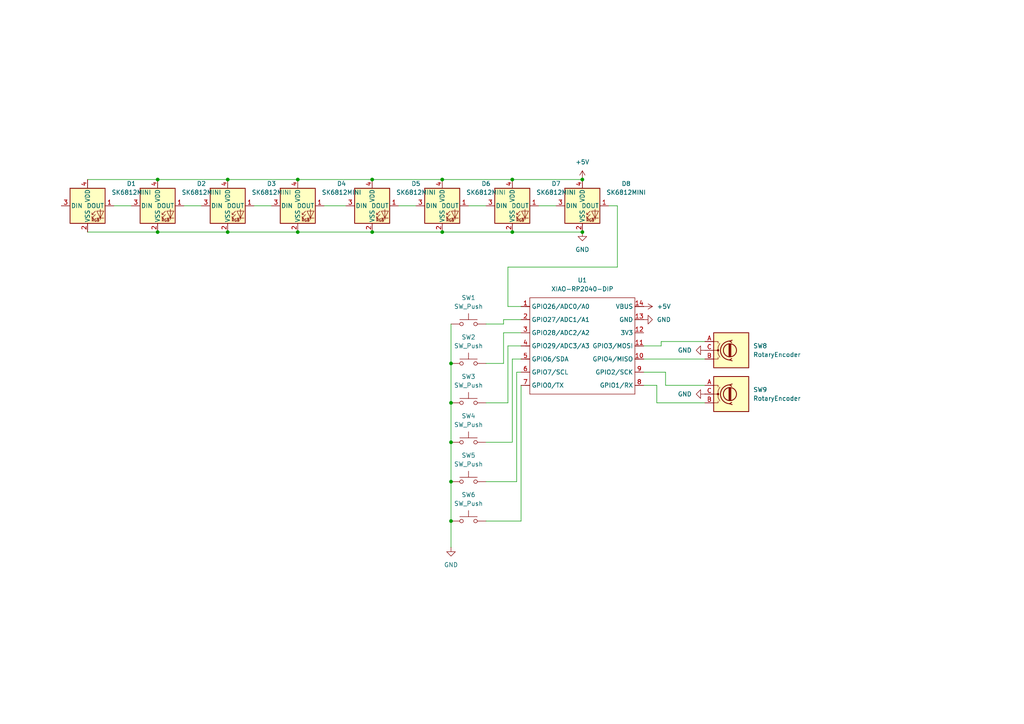
<source format=kicad_sch>
(kicad_sch
	(version 20250114)
	(generator "eeschema")
	(generator_version "9.0")
	(uuid "06459edb-6903-4734-af15-62b41c0d31c2")
	(paper "A4")
	(lib_symbols
		(symbol "Device:RotaryEncoder"
			(pin_names
				(offset 0.254)
				(hide yes)
			)
			(exclude_from_sim no)
			(in_bom yes)
			(on_board yes)
			(property "Reference" "SW"
				(at 0 6.604 0)
				(effects
					(font
						(size 1.27 1.27)
					)
				)
			)
			(property "Value" "RotaryEncoder"
				(at 0 -6.604 0)
				(effects
					(font
						(size 1.27 1.27)
					)
				)
			)
			(property "Footprint" ""
				(at -3.81 4.064 0)
				(effects
					(font
						(size 1.27 1.27)
					)
					(hide yes)
				)
			)
			(property "Datasheet" "~"
				(at 0 6.604 0)
				(effects
					(font
						(size 1.27 1.27)
					)
					(hide yes)
				)
			)
			(property "Description" "Rotary encoder, dual channel, incremental quadrate outputs"
				(at 0 0 0)
				(effects
					(font
						(size 1.27 1.27)
					)
					(hide yes)
				)
			)
			(property "ki_keywords" "rotary switch encoder"
				(at 0 0 0)
				(effects
					(font
						(size 1.27 1.27)
					)
					(hide yes)
				)
			)
			(property "ki_fp_filters" "RotaryEncoder*"
				(at 0 0 0)
				(effects
					(font
						(size 1.27 1.27)
					)
					(hide yes)
				)
			)
			(symbol "RotaryEncoder_0_1"
				(rectangle
					(start -5.08 5.08)
					(end 5.08 -5.08)
					(stroke
						(width 0.254)
						(type default)
					)
					(fill
						(type background)
					)
				)
				(polyline
					(pts
						(xy -5.08 2.54) (xy -3.81 2.54) (xy -3.81 2.032)
					)
					(stroke
						(width 0)
						(type default)
					)
					(fill
						(type none)
					)
				)
				(polyline
					(pts
						(xy -5.08 0) (xy -3.81 0) (xy -3.81 -1.016) (xy -3.302 -2.032)
					)
					(stroke
						(width 0)
						(type default)
					)
					(fill
						(type none)
					)
				)
				(polyline
					(pts
						(xy -5.08 -2.54) (xy -3.81 -2.54) (xy -3.81 -2.032)
					)
					(stroke
						(width 0)
						(type default)
					)
					(fill
						(type none)
					)
				)
				(polyline
					(pts
						(xy -4.318 0) (xy -3.81 0) (xy -3.81 1.016) (xy -3.302 2.032)
					)
					(stroke
						(width 0)
						(type default)
					)
					(fill
						(type none)
					)
				)
				(circle
					(center -3.81 0)
					(radius 0.254)
					(stroke
						(width 0)
						(type default)
					)
					(fill
						(type outline)
					)
				)
				(polyline
					(pts
						(xy -0.635 -1.778) (xy -0.635 1.778)
					)
					(stroke
						(width 0.254)
						(type default)
					)
					(fill
						(type none)
					)
				)
				(circle
					(center -0.381 0)
					(radius 1.905)
					(stroke
						(width 0.254)
						(type default)
					)
					(fill
						(type none)
					)
				)
				(polyline
					(pts
						(xy -0.381 -1.778) (xy -0.381 1.778)
					)
					(stroke
						(width 0.254)
						(type default)
					)
					(fill
						(type none)
					)
				)
				(arc
					(start -0.381 -2.794)
					(mid -3.0988 -0.0635)
					(end -0.381 2.667)
					(stroke
						(width 0.254)
						(type default)
					)
					(fill
						(type none)
					)
				)
				(polyline
					(pts
						(xy -0.127 1.778) (xy -0.127 -1.778)
					)
					(stroke
						(width 0.254)
						(type default)
					)
					(fill
						(type none)
					)
				)
				(polyline
					(pts
						(xy 0.254 2.921) (xy -0.508 2.667) (xy 0.127 2.286)
					)
					(stroke
						(width 0.254)
						(type default)
					)
					(fill
						(type none)
					)
				)
				(polyline
					(pts
						(xy 0.254 -3.048) (xy -0.508 -2.794) (xy 0.127 -2.413)
					)
					(stroke
						(width 0.254)
						(type default)
					)
					(fill
						(type none)
					)
				)
			)
			(symbol "RotaryEncoder_1_1"
				(pin passive line
					(at -7.62 2.54 0)
					(length 2.54)
					(name "A"
						(effects
							(font
								(size 1.27 1.27)
							)
						)
					)
					(number "A"
						(effects
							(font
								(size 1.27 1.27)
							)
						)
					)
				)
				(pin passive line
					(at -7.62 0 0)
					(length 2.54)
					(name "C"
						(effects
							(font
								(size 1.27 1.27)
							)
						)
					)
					(number "C"
						(effects
							(font
								(size 1.27 1.27)
							)
						)
					)
				)
				(pin passive line
					(at -7.62 -2.54 0)
					(length 2.54)
					(name "B"
						(effects
							(font
								(size 1.27 1.27)
							)
						)
					)
					(number "B"
						(effects
							(font
								(size 1.27 1.27)
							)
						)
					)
				)
			)
			(embedded_fonts no)
		)
		(symbol "LED:SK6812MINI"
			(pin_names
				(offset 0.254)
			)
			(exclude_from_sim no)
			(in_bom yes)
			(on_board yes)
			(property "Reference" "D"
				(at 5.08 5.715 0)
				(effects
					(font
						(size 1.27 1.27)
					)
					(justify right bottom)
				)
			)
			(property "Value" "SK6812MINI"
				(at 1.27 -5.715 0)
				(effects
					(font
						(size 1.27 1.27)
					)
					(justify left top)
				)
			)
			(property "Footprint" "LED_SMD:LED_SK6812MINI_PLCC4_3.5x3.5mm_P1.75mm"
				(at 1.27 -7.62 0)
				(effects
					(font
						(size 1.27 1.27)
					)
					(justify left top)
					(hide yes)
				)
			)
			(property "Datasheet" "https://cdn-shop.adafruit.com/product-files/2686/SK6812MINI_REV.01-1-2.pdf"
				(at 2.54 -9.525 0)
				(effects
					(font
						(size 1.27 1.27)
					)
					(justify left top)
					(hide yes)
				)
			)
			(property "Description" "RGB LED with integrated controller"
				(at 0 0 0)
				(effects
					(font
						(size 1.27 1.27)
					)
					(hide yes)
				)
			)
			(property "ki_keywords" "RGB LED NeoPixel Mini addressable"
				(at 0 0 0)
				(effects
					(font
						(size 1.27 1.27)
					)
					(hide yes)
				)
			)
			(property "ki_fp_filters" "LED*SK6812MINI*PLCC*3.5x3.5mm*P1.75mm*"
				(at 0 0 0)
				(effects
					(font
						(size 1.27 1.27)
					)
					(hide yes)
				)
			)
			(symbol "SK6812MINI_0_0"
				(text "RGB"
					(at 2.286 -4.191 0)
					(effects
						(font
							(size 0.762 0.762)
						)
					)
				)
			)
			(symbol "SK6812MINI_0_1"
				(polyline
					(pts
						(xy 1.27 -2.54) (xy 1.778 -2.54)
					)
					(stroke
						(width 0)
						(type default)
					)
					(fill
						(type none)
					)
				)
				(polyline
					(pts
						(xy 1.27 -3.556) (xy 1.778 -3.556)
					)
					(stroke
						(width 0)
						(type default)
					)
					(fill
						(type none)
					)
				)
				(polyline
					(pts
						(xy 2.286 -1.524) (xy 1.27 -2.54) (xy 1.27 -2.032)
					)
					(stroke
						(width 0)
						(type default)
					)
					(fill
						(type none)
					)
				)
				(polyline
					(pts
						(xy 2.286 -2.54) (xy 1.27 -3.556) (xy 1.27 -3.048)
					)
					(stroke
						(width 0)
						(type default)
					)
					(fill
						(type none)
					)
				)
				(polyline
					(pts
						(xy 3.683 -1.016) (xy 3.683 -3.556) (xy 3.683 -4.064)
					)
					(stroke
						(width 0)
						(type default)
					)
					(fill
						(type none)
					)
				)
				(polyline
					(pts
						(xy 4.699 -1.524) (xy 2.667 -1.524) (xy 3.683 -3.556) (xy 4.699 -1.524)
					)
					(stroke
						(width 0)
						(type default)
					)
					(fill
						(type none)
					)
				)
				(polyline
					(pts
						(xy 4.699 -3.556) (xy 2.667 -3.556)
					)
					(stroke
						(width 0)
						(type default)
					)
					(fill
						(type none)
					)
				)
				(rectangle
					(start 5.08 5.08)
					(end -5.08 -5.08)
					(stroke
						(width 0.254)
						(type default)
					)
					(fill
						(type background)
					)
				)
			)
			(symbol "SK6812MINI_1_1"
				(pin input line
					(at -7.62 0 0)
					(length 2.54)
					(name "DIN"
						(effects
							(font
								(size 1.27 1.27)
							)
						)
					)
					(number "3"
						(effects
							(font
								(size 1.27 1.27)
							)
						)
					)
				)
				(pin power_in line
					(at 0 7.62 270)
					(length 2.54)
					(name "VDD"
						(effects
							(font
								(size 1.27 1.27)
							)
						)
					)
					(number "4"
						(effects
							(font
								(size 1.27 1.27)
							)
						)
					)
				)
				(pin power_in line
					(at 0 -7.62 90)
					(length 2.54)
					(name "VSS"
						(effects
							(font
								(size 1.27 1.27)
							)
						)
					)
					(number "2"
						(effects
							(font
								(size 1.27 1.27)
							)
						)
					)
				)
				(pin output line
					(at 7.62 0 180)
					(length 2.54)
					(name "DOUT"
						(effects
							(font
								(size 1.27 1.27)
							)
						)
					)
					(number "1"
						(effects
							(font
								(size 1.27 1.27)
							)
						)
					)
				)
			)
			(embedded_fonts no)
		)
		(symbol "Switch:SW_Push"
			(pin_numbers
				(hide yes)
			)
			(pin_names
				(offset 1.016)
				(hide yes)
			)
			(exclude_from_sim no)
			(in_bom yes)
			(on_board yes)
			(property "Reference" "SW"
				(at 1.27 2.54 0)
				(effects
					(font
						(size 1.27 1.27)
					)
					(justify left)
				)
			)
			(property "Value" "SW_Push"
				(at 0 -1.524 0)
				(effects
					(font
						(size 1.27 1.27)
					)
				)
			)
			(property "Footprint" ""
				(at 0 5.08 0)
				(effects
					(font
						(size 1.27 1.27)
					)
					(hide yes)
				)
			)
			(property "Datasheet" "~"
				(at 0 5.08 0)
				(effects
					(font
						(size 1.27 1.27)
					)
					(hide yes)
				)
			)
			(property "Description" "Push button switch, generic, two pins"
				(at 0 0 0)
				(effects
					(font
						(size 1.27 1.27)
					)
					(hide yes)
				)
			)
			(property "ki_keywords" "switch normally-open pushbutton push-button"
				(at 0 0 0)
				(effects
					(font
						(size 1.27 1.27)
					)
					(hide yes)
				)
			)
			(symbol "SW_Push_0_1"
				(circle
					(center -2.032 0)
					(radius 0.508)
					(stroke
						(width 0)
						(type default)
					)
					(fill
						(type none)
					)
				)
				(polyline
					(pts
						(xy 0 1.27) (xy 0 3.048)
					)
					(stroke
						(width 0)
						(type default)
					)
					(fill
						(type none)
					)
				)
				(circle
					(center 2.032 0)
					(radius 0.508)
					(stroke
						(width 0)
						(type default)
					)
					(fill
						(type none)
					)
				)
				(polyline
					(pts
						(xy 2.54 1.27) (xy -2.54 1.27)
					)
					(stroke
						(width 0)
						(type default)
					)
					(fill
						(type none)
					)
				)
				(pin passive line
					(at -5.08 0 0)
					(length 2.54)
					(name "1"
						(effects
							(font
								(size 1.27 1.27)
							)
						)
					)
					(number "1"
						(effects
							(font
								(size 1.27 1.27)
							)
						)
					)
				)
				(pin passive line
					(at 5.08 0 180)
					(length 2.54)
					(name "2"
						(effects
							(font
								(size 1.27 1.27)
							)
						)
					)
					(number "2"
						(effects
							(font
								(size 1.27 1.27)
							)
						)
					)
				)
			)
			(embedded_fonts no)
		)
		(symbol "power:+5V"
			(power)
			(pin_numbers
				(hide yes)
			)
			(pin_names
				(offset 0)
				(hide yes)
			)
			(exclude_from_sim no)
			(in_bom yes)
			(on_board yes)
			(property "Reference" "#PWR"
				(at 0 -3.81 0)
				(effects
					(font
						(size 1.27 1.27)
					)
					(hide yes)
				)
			)
			(property "Value" "+5V"
				(at 0 3.556 0)
				(effects
					(font
						(size 1.27 1.27)
					)
				)
			)
			(property "Footprint" ""
				(at 0 0 0)
				(effects
					(font
						(size 1.27 1.27)
					)
					(hide yes)
				)
			)
			(property "Datasheet" ""
				(at 0 0 0)
				(effects
					(font
						(size 1.27 1.27)
					)
					(hide yes)
				)
			)
			(property "Description" "Power symbol creates a global label with name \"+5V\""
				(at 0 0 0)
				(effects
					(font
						(size 1.27 1.27)
					)
					(hide yes)
				)
			)
			(property "ki_keywords" "global power"
				(at 0 0 0)
				(effects
					(font
						(size 1.27 1.27)
					)
					(hide yes)
				)
			)
			(symbol "+5V_0_1"
				(polyline
					(pts
						(xy -0.762 1.27) (xy 0 2.54)
					)
					(stroke
						(width 0)
						(type default)
					)
					(fill
						(type none)
					)
				)
				(polyline
					(pts
						(xy 0 2.54) (xy 0.762 1.27)
					)
					(stroke
						(width 0)
						(type default)
					)
					(fill
						(type none)
					)
				)
				(polyline
					(pts
						(xy 0 0) (xy 0 2.54)
					)
					(stroke
						(width 0)
						(type default)
					)
					(fill
						(type none)
					)
				)
			)
			(symbol "+5V_1_1"
				(pin power_in line
					(at 0 0 90)
					(length 0)
					(name "~"
						(effects
							(font
								(size 1.27 1.27)
							)
						)
					)
					(number "1"
						(effects
							(font
								(size 1.27 1.27)
							)
						)
					)
				)
			)
			(embedded_fonts no)
		)
		(symbol "power:GND"
			(power)
			(pin_numbers
				(hide yes)
			)
			(pin_names
				(offset 0)
				(hide yes)
			)
			(exclude_from_sim no)
			(in_bom yes)
			(on_board yes)
			(property "Reference" "#PWR"
				(at 0 -6.35 0)
				(effects
					(font
						(size 1.27 1.27)
					)
					(hide yes)
				)
			)
			(property "Value" "GND"
				(at 0 -3.81 0)
				(effects
					(font
						(size 1.27 1.27)
					)
				)
			)
			(property "Footprint" ""
				(at 0 0 0)
				(effects
					(font
						(size 1.27 1.27)
					)
					(hide yes)
				)
			)
			(property "Datasheet" ""
				(at 0 0 0)
				(effects
					(font
						(size 1.27 1.27)
					)
					(hide yes)
				)
			)
			(property "Description" "Power symbol creates a global label with name \"GND\" , ground"
				(at 0 0 0)
				(effects
					(font
						(size 1.27 1.27)
					)
					(hide yes)
				)
			)
			(property "ki_keywords" "global power"
				(at 0 0 0)
				(effects
					(font
						(size 1.27 1.27)
					)
					(hide yes)
				)
			)
			(symbol "GND_0_1"
				(polyline
					(pts
						(xy 0 0) (xy 0 -1.27) (xy 1.27 -1.27) (xy 0 -2.54) (xy -1.27 -1.27) (xy 0 -1.27)
					)
					(stroke
						(width 0)
						(type default)
					)
					(fill
						(type none)
					)
				)
			)
			(symbol "GND_1_1"
				(pin power_in line
					(at 0 0 270)
					(length 0)
					(name "~"
						(effects
							(font
								(size 1.27 1.27)
							)
						)
					)
					(number "1"
						(effects
							(font
								(size 1.27 1.27)
							)
						)
					)
				)
			)
			(embedded_fonts no)
		)
		(symbol "seeed:XIAO-RP2040-DIP"
			(exclude_from_sim no)
			(in_bom yes)
			(on_board yes)
			(property "Reference" "U"
				(at 0 0 0)
				(effects
					(font
						(size 1.27 1.27)
					)
				)
			)
			(property "Value" "XIAO-RP2040-DIP"
				(at 5.334 -1.778 0)
				(effects
					(font
						(size 1.27 1.27)
					)
				)
			)
			(property "Footprint" "Module:MOUDLE14P-XIAO-DIP-SMD"
				(at 14.478 -32.258 0)
				(effects
					(font
						(size 1.27 1.27)
					)
					(hide yes)
				)
			)
			(property "Datasheet" ""
				(at 0 0 0)
				(effects
					(font
						(size 1.27 1.27)
					)
					(hide yes)
				)
			)
			(property "Description" ""
				(at 0 0 0)
				(effects
					(font
						(size 1.27 1.27)
					)
					(hide yes)
				)
			)
			(symbol "XIAO-RP2040-DIP_1_0"
				(polyline
					(pts
						(xy -1.27 -2.54) (xy 29.21 -2.54)
					)
					(stroke
						(width 0.1524)
						(type solid)
					)
					(fill
						(type none)
					)
				)
				(polyline
					(pts
						(xy -1.27 -5.08) (xy -2.54 -5.08)
					)
					(stroke
						(width 0.1524)
						(type solid)
					)
					(fill
						(type none)
					)
				)
				(polyline
					(pts
						(xy -1.27 -5.08) (xy -1.27 -2.54)
					)
					(stroke
						(width 0.1524)
						(type solid)
					)
					(fill
						(type none)
					)
				)
				(polyline
					(pts
						(xy -1.27 -8.89) (xy -2.54 -8.89)
					)
					(stroke
						(width 0.1524)
						(type solid)
					)
					(fill
						(type none)
					)
				)
				(polyline
					(pts
						(xy -1.27 -8.89) (xy -1.27 -5.08)
					)
					(stroke
						(width 0.1524)
						(type solid)
					)
					(fill
						(type none)
					)
				)
				(polyline
					(pts
						(xy -1.27 -12.7) (xy -2.54 -12.7)
					)
					(stroke
						(width 0.1524)
						(type solid)
					)
					(fill
						(type none)
					)
				)
				(polyline
					(pts
						(xy -1.27 -12.7) (xy -1.27 -8.89)
					)
					(stroke
						(width 0.1524)
						(type solid)
					)
					(fill
						(type none)
					)
				)
				(polyline
					(pts
						(xy -1.27 -16.51) (xy -2.54 -16.51)
					)
					(stroke
						(width 0.1524)
						(type solid)
					)
					(fill
						(type none)
					)
				)
				(polyline
					(pts
						(xy -1.27 -16.51) (xy -1.27 -12.7)
					)
					(stroke
						(width 0.1524)
						(type solid)
					)
					(fill
						(type none)
					)
				)
				(polyline
					(pts
						(xy -1.27 -20.32) (xy -2.54 -20.32)
					)
					(stroke
						(width 0.1524)
						(type solid)
					)
					(fill
						(type none)
					)
				)
				(polyline
					(pts
						(xy -1.27 -24.13) (xy -2.54 -24.13)
					)
					(stroke
						(width 0.1524)
						(type solid)
					)
					(fill
						(type none)
					)
				)
				(polyline
					(pts
						(xy -1.27 -27.94) (xy -2.54 -27.94)
					)
					(stroke
						(width 0.1524)
						(type solid)
					)
					(fill
						(type none)
					)
				)
				(polyline
					(pts
						(xy -1.27 -30.48) (xy -1.27 -16.51)
					)
					(stroke
						(width 0.1524)
						(type solid)
					)
					(fill
						(type none)
					)
				)
				(polyline
					(pts
						(xy 29.21 -2.54) (xy 29.21 -5.08)
					)
					(stroke
						(width 0.1524)
						(type solid)
					)
					(fill
						(type none)
					)
				)
				(polyline
					(pts
						(xy 29.21 -5.08) (xy 29.21 -8.89)
					)
					(stroke
						(width 0.1524)
						(type solid)
					)
					(fill
						(type none)
					)
				)
				(polyline
					(pts
						(xy 29.21 -8.89) (xy 29.21 -12.7)
					)
					(stroke
						(width 0.1524)
						(type solid)
					)
					(fill
						(type none)
					)
				)
				(polyline
					(pts
						(xy 29.21 -12.7) (xy 29.21 -30.48)
					)
					(stroke
						(width 0.1524)
						(type solid)
					)
					(fill
						(type none)
					)
				)
				(polyline
					(pts
						(xy 29.21 -30.48) (xy -1.27 -30.48)
					)
					(stroke
						(width 0.1524)
						(type solid)
					)
					(fill
						(type none)
					)
				)
				(polyline
					(pts
						(xy 30.48 -5.08) (xy 29.21 -5.08)
					)
					(stroke
						(width 0.1524)
						(type solid)
					)
					(fill
						(type none)
					)
				)
				(polyline
					(pts
						(xy 30.48 -8.89) (xy 29.21 -8.89)
					)
					(stroke
						(width 0.1524)
						(type solid)
					)
					(fill
						(type none)
					)
				)
				(polyline
					(pts
						(xy 30.48 -12.7) (xy 29.21 -12.7)
					)
					(stroke
						(width 0.1524)
						(type solid)
					)
					(fill
						(type none)
					)
				)
				(polyline
					(pts
						(xy 30.48 -16.51) (xy 29.21 -16.51)
					)
					(stroke
						(width 0.1524)
						(type solid)
					)
					(fill
						(type none)
					)
				)
				(polyline
					(pts
						(xy 30.48 -20.32) (xy 29.21 -20.32)
					)
					(stroke
						(width 0.1524)
						(type solid)
					)
					(fill
						(type none)
					)
				)
				(polyline
					(pts
						(xy 30.48 -24.13) (xy 29.21 -24.13)
					)
					(stroke
						(width 0.1524)
						(type solid)
					)
					(fill
						(type none)
					)
				)
				(polyline
					(pts
						(xy 30.48 -27.94) (xy 29.21 -27.94)
					)
					(stroke
						(width 0.1524)
						(type solid)
					)
					(fill
						(type none)
					)
				)
				(pin passive line
					(at -3.81 -5.08 0)
					(length 2.54)
					(name "GPIO26/ADC0/A0"
						(effects
							(font
								(size 1.27 1.27)
							)
						)
					)
					(number "1"
						(effects
							(font
								(size 1.27 1.27)
							)
						)
					)
				)
				(pin passive line
					(at -3.81 -8.89 0)
					(length 2.54)
					(name "GPIO27/ADC1/A1"
						(effects
							(font
								(size 1.27 1.27)
							)
						)
					)
					(number "2"
						(effects
							(font
								(size 1.27 1.27)
							)
						)
					)
				)
				(pin passive line
					(at -3.81 -12.7 0)
					(length 2.54)
					(name "GPIO28/ADC2/A2"
						(effects
							(font
								(size 1.27 1.27)
							)
						)
					)
					(number "3"
						(effects
							(font
								(size 1.27 1.27)
							)
						)
					)
				)
				(pin passive line
					(at -3.81 -16.51 0)
					(length 2.54)
					(name "GPIO29/ADC3/A3"
						(effects
							(font
								(size 1.27 1.27)
							)
						)
					)
					(number "4"
						(effects
							(font
								(size 1.27 1.27)
							)
						)
					)
				)
				(pin passive line
					(at -3.81 -20.32 0)
					(length 2.54)
					(name "GPIO6/SDA"
						(effects
							(font
								(size 1.27 1.27)
							)
						)
					)
					(number "5"
						(effects
							(font
								(size 1.27 1.27)
							)
						)
					)
				)
				(pin passive line
					(at -3.81 -24.13 0)
					(length 2.54)
					(name "GPIO7/SCL"
						(effects
							(font
								(size 1.27 1.27)
							)
						)
					)
					(number "6"
						(effects
							(font
								(size 1.27 1.27)
							)
						)
					)
				)
				(pin passive line
					(at -3.81 -27.94 0)
					(length 2.54)
					(name "GPIO0/TX"
						(effects
							(font
								(size 1.27 1.27)
							)
						)
					)
					(number "7"
						(effects
							(font
								(size 1.27 1.27)
							)
						)
					)
				)
				(pin passive line
					(at 31.75 -5.08 180)
					(length 2.54)
					(name "VBUS"
						(effects
							(font
								(size 1.27 1.27)
							)
						)
					)
					(number "14"
						(effects
							(font
								(size 1.27 1.27)
							)
						)
					)
				)
				(pin passive line
					(at 31.75 -8.89 180)
					(length 2.54)
					(name "GND"
						(effects
							(font
								(size 1.27 1.27)
							)
						)
					)
					(number "13"
						(effects
							(font
								(size 1.27 1.27)
							)
						)
					)
				)
				(pin passive line
					(at 31.75 -12.7 180)
					(length 2.54)
					(name "3V3"
						(effects
							(font
								(size 1.27 1.27)
							)
						)
					)
					(number "12"
						(effects
							(font
								(size 1.27 1.27)
							)
						)
					)
				)
				(pin passive line
					(at 31.75 -16.51 180)
					(length 2.54)
					(name "GPIO3/MOSI"
						(effects
							(font
								(size 1.27 1.27)
							)
						)
					)
					(number "11"
						(effects
							(font
								(size 1.27 1.27)
							)
						)
					)
				)
				(pin passive line
					(at 31.75 -20.32 180)
					(length 2.54)
					(name "GPIO4/MISO"
						(effects
							(font
								(size 1.27 1.27)
							)
						)
					)
					(number "10"
						(effects
							(font
								(size 1.27 1.27)
							)
						)
					)
				)
				(pin passive line
					(at 31.75 -24.13 180)
					(length 2.54)
					(name "GPIO2/SCK"
						(effects
							(font
								(size 1.27 1.27)
							)
						)
					)
					(number "9"
						(effects
							(font
								(size 1.27 1.27)
							)
						)
					)
				)
				(pin passive line
					(at 31.75 -27.94 180)
					(length 2.54)
					(name "GPIO1/RX"
						(effects
							(font
								(size 1.27 1.27)
							)
						)
					)
					(number "8"
						(effects
							(font
								(size 1.27 1.27)
							)
						)
					)
				)
			)
			(embedded_fonts no)
		)
	)
	(junction
		(at 130.81 105.41)
		(diameter 0)
		(color 0 0 0 0)
		(uuid "021858e5-5c66-4100-959a-54afe7e3cabe")
	)
	(junction
		(at 66.04 67.31)
		(diameter 0)
		(color 0 0 0 0)
		(uuid "03dd2a3b-8b15-4513-b0b6-f14902bbd420")
	)
	(junction
		(at 66.04 52.07)
		(diameter 0)
		(color 0 0 0 0)
		(uuid "0ffd1546-fb84-457a-9c73-9e46a9d5660e")
	)
	(junction
		(at 148.59 67.31)
		(diameter 0)
		(color 0 0 0 0)
		(uuid "211ce831-5627-4a79-a2e6-d9d541a83fb6")
	)
	(junction
		(at 86.36 52.07)
		(diameter 0)
		(color 0 0 0 0)
		(uuid "2cf8639c-2443-4cc8-a648-01cfafab0106")
	)
	(junction
		(at 128.27 52.07)
		(diameter 0)
		(color 0 0 0 0)
		(uuid "38fc06fa-4a0f-47be-98a8-480c5410b6df")
	)
	(junction
		(at 148.59 52.07)
		(diameter 0)
		(color 0 0 0 0)
		(uuid "571a69d5-0061-44a9-92d5-f7be09a78500")
	)
	(junction
		(at 130.81 116.84)
		(diameter 0)
		(color 0 0 0 0)
		(uuid "5f975523-9256-463b-b0fc-eb3587db75fd")
	)
	(junction
		(at 130.81 151.13)
		(diameter 0)
		(color 0 0 0 0)
		(uuid "6981974d-517d-4cdc-8d7c-5af1dfc6b707")
	)
	(junction
		(at 107.95 52.07)
		(diameter 0)
		(color 0 0 0 0)
		(uuid "726a7aca-25c3-4a9b-a73d-bf8d4c01f30c")
	)
	(junction
		(at 168.91 52.07)
		(diameter 0)
		(color 0 0 0 0)
		(uuid "72bf9244-7e33-4b25-a1f4-5a1a5f350fec")
	)
	(junction
		(at 168.91 67.31)
		(diameter 0)
		(color 0 0 0 0)
		(uuid "7b1274f0-84df-431c-bc48-66dfb7a328d6")
	)
	(junction
		(at 128.27 67.31)
		(diameter 0)
		(color 0 0 0 0)
		(uuid "87236c34-c597-4671-a842-b57d11c8aaa3")
	)
	(junction
		(at 130.81 128.27)
		(diameter 0)
		(color 0 0 0 0)
		(uuid "8dc0df84-9789-4019-8bf8-801ba0960c4f")
	)
	(junction
		(at 107.95 67.31)
		(diameter 0)
		(color 0 0 0 0)
		(uuid "a934dd1e-f711-4b05-b751-4926e7251fc8")
	)
	(junction
		(at 45.72 67.31)
		(diameter 0)
		(color 0 0 0 0)
		(uuid "ba7a9385-e223-4d91-9c3c-0c4a503b238f")
	)
	(junction
		(at 45.72 52.07)
		(diameter 0)
		(color 0 0 0 0)
		(uuid "bbfcd84b-b979-4b5f-887c-469293c0cac6")
	)
	(junction
		(at 86.36 67.31)
		(diameter 0)
		(color 0 0 0 0)
		(uuid "c3ceef8f-d273-437a-bf2f-ecc3965abb30")
	)
	(junction
		(at 130.81 139.7)
		(diameter 0)
		(color 0 0 0 0)
		(uuid "d305424e-6438-4d1b-99dd-31b0fbae729b")
	)
	(wire
		(pts
			(xy 147.32 116.84) (xy 147.32 100.33)
		)
		(stroke
			(width 0)
			(type default)
		)
		(uuid "027019fe-f082-456e-8df8-bb02c52bb51f")
	)
	(wire
		(pts
			(xy 151.13 151.13) (xy 151.13 111.76)
		)
		(stroke
			(width 0)
			(type default)
		)
		(uuid "02c145f8-39d3-4f01-9e0a-75bd386bee33")
	)
	(wire
		(pts
			(xy 130.81 128.27) (xy 130.81 139.7)
		)
		(stroke
			(width 0)
			(type default)
		)
		(uuid "05bc5c3b-0b4f-4ff8-ad59-5aff738365ad")
	)
	(wire
		(pts
			(xy 149.86 139.7) (xy 149.86 107.95)
		)
		(stroke
			(width 0)
			(type default)
		)
		(uuid "0dd1b6d3-732a-4570-8957-2366388d277c")
	)
	(wire
		(pts
			(xy 130.81 116.84) (xy 130.81 128.27)
		)
		(stroke
			(width 0)
			(type default)
		)
		(uuid "11c502c3-ead1-4070-a69e-7700c1e08aac")
	)
	(wire
		(pts
			(xy 128.27 52.07) (xy 148.59 52.07)
		)
		(stroke
			(width 0)
			(type default)
		)
		(uuid "1262b722-6430-4581-aec6-a7aaa7d7fcef")
	)
	(wire
		(pts
			(xy 140.97 151.13) (xy 151.13 151.13)
		)
		(stroke
			(width 0)
			(type default)
		)
		(uuid "18506fcf-ee66-4bd8-b78d-cbfb916563d1")
	)
	(wire
		(pts
			(xy 130.81 93.98) (xy 130.81 105.41)
		)
		(stroke
			(width 0)
			(type default)
		)
		(uuid "22ae4885-1a26-4f01-ac42-167d8d17235f")
	)
	(wire
		(pts
			(xy 204.47 116.84) (xy 190.5 116.84)
		)
		(stroke
			(width 0)
			(type default)
		)
		(uuid "26453bc7-ffa0-4478-89ee-a8f39aa199c8")
	)
	(wire
		(pts
			(xy 140.97 93.98) (xy 146.05 93.98)
		)
		(stroke
			(width 0)
			(type default)
		)
		(uuid "35c3084b-0082-4a1e-8795-79ce6d73eb75")
	)
	(wire
		(pts
			(xy 193.04 111.76) (xy 193.04 107.95)
		)
		(stroke
			(width 0)
			(type default)
		)
		(uuid "380ad91c-5268-4ddc-9463-36706a2225c9")
	)
	(wire
		(pts
			(xy 140.97 139.7) (xy 149.86 139.7)
		)
		(stroke
			(width 0)
			(type default)
		)
		(uuid "3c980119-c9ee-425f-afc3-c68d5d2122e2")
	)
	(wire
		(pts
			(xy 130.81 151.13) (xy 130.81 158.75)
		)
		(stroke
			(width 0)
			(type default)
		)
		(uuid "3d547769-1d09-41be-aab0-3e35e490b8b0")
	)
	(wire
		(pts
			(xy 45.72 52.07) (xy 66.04 52.07)
		)
		(stroke
			(width 0)
			(type default)
		)
		(uuid "3e55c13a-6b31-4f87-b380-c922a91f17aa")
	)
	(wire
		(pts
			(xy 66.04 67.31) (xy 86.36 67.31)
		)
		(stroke
			(width 0)
			(type default)
		)
		(uuid "4d4f89fa-ece6-4b5d-b8fd-ddecfcc7f573")
	)
	(wire
		(pts
			(xy 33.02 59.69) (xy 38.1 59.69)
		)
		(stroke
			(width 0)
			(type default)
		)
		(uuid "60404b22-18c8-48c2-8835-df2a6f43128f")
	)
	(wire
		(pts
			(xy 186.69 104.14) (xy 204.47 104.14)
		)
		(stroke
			(width 0)
			(type default)
		)
		(uuid "635c43f0-8b29-4df5-8475-dffb589fb689")
	)
	(wire
		(pts
			(xy 146.05 93.98) (xy 146.05 92.71)
		)
		(stroke
			(width 0)
			(type default)
		)
		(uuid "6a18c866-3063-4242-9000-5920bc98b424")
	)
	(wire
		(pts
			(xy 45.72 67.31) (xy 66.04 67.31)
		)
		(stroke
			(width 0)
			(type default)
		)
		(uuid "6aaf6efa-51cc-4798-848a-e151175239f9")
	)
	(wire
		(pts
			(xy 140.97 116.84) (xy 147.32 116.84)
		)
		(stroke
			(width 0)
			(type default)
		)
		(uuid "6cacda2c-1ddf-48fc-9ad4-a388c55baa14")
	)
	(wire
		(pts
			(xy 86.36 52.07) (xy 107.95 52.07)
		)
		(stroke
			(width 0)
			(type default)
		)
		(uuid "6ccb8578-18b1-43d7-b374-26b5c4cf8120")
	)
	(wire
		(pts
			(xy 204.47 99.06) (xy 191.77 99.06)
		)
		(stroke
			(width 0)
			(type default)
		)
		(uuid "70f4d7f3-f012-470e-b60b-4ffc85337d66")
	)
	(wire
		(pts
			(xy 148.59 52.07) (xy 168.91 52.07)
		)
		(stroke
			(width 0)
			(type default)
		)
		(uuid "754bb5a5-643e-474f-95e8-54c774b44f3a")
	)
	(wire
		(pts
			(xy 130.81 105.41) (xy 130.81 116.84)
		)
		(stroke
			(width 0)
			(type default)
		)
		(uuid "7984f1c7-88dd-4efc-9bdc-0d8308f07b44")
	)
	(wire
		(pts
			(xy 93.98 59.69) (xy 100.33 59.69)
		)
		(stroke
			(width 0)
			(type default)
		)
		(uuid "7b497ef1-72ed-4b0a-bf8c-dcfd5fed6899")
	)
	(wire
		(pts
			(xy 25.4 67.31) (xy 45.72 67.31)
		)
		(stroke
			(width 0)
			(type default)
		)
		(uuid "7f291d6d-fd38-4618-b3ae-185612352d0e")
	)
	(wire
		(pts
			(xy 191.77 99.06) (xy 191.77 100.33)
		)
		(stroke
			(width 0)
			(type default)
		)
		(uuid "88f43549-13a3-48ab-90d1-a91be98532e5")
	)
	(wire
		(pts
			(xy 147.32 77.47) (xy 147.32 88.9)
		)
		(stroke
			(width 0)
			(type default)
		)
		(uuid "934f9b2a-b04b-4a6d-baed-e4d2548eccf1")
	)
	(wire
		(pts
			(xy 147.32 100.33) (xy 151.13 100.33)
		)
		(stroke
			(width 0)
			(type default)
		)
		(uuid "94331eea-6edd-48cf-98c3-dabe8dbe35d3")
	)
	(wire
		(pts
			(xy 140.97 105.41) (xy 146.05 105.41)
		)
		(stroke
			(width 0)
			(type default)
		)
		(uuid "95fa3148-53bc-4e0f-8b74-3f61d932109f")
	)
	(wire
		(pts
			(xy 179.07 77.47) (xy 147.32 77.47)
		)
		(stroke
			(width 0)
			(type default)
		)
		(uuid "96ffa559-83b4-4145-b6dc-a76eec1b31ec")
	)
	(wire
		(pts
			(xy 146.05 92.71) (xy 151.13 92.71)
		)
		(stroke
			(width 0)
			(type default)
		)
		(uuid "9a8f13ee-2606-401d-9f7b-07a53cd6c5cd")
	)
	(wire
		(pts
			(xy 149.86 107.95) (xy 151.13 107.95)
		)
		(stroke
			(width 0)
			(type default)
		)
		(uuid "a511c79c-dcac-4dc3-9807-755e0e21f87c")
	)
	(wire
		(pts
			(xy 148.59 104.14) (xy 151.13 104.14)
		)
		(stroke
			(width 0)
			(type default)
		)
		(uuid "adc783aa-24cf-4f68-bb70-4144277fdc47")
	)
	(wire
		(pts
			(xy 73.66 59.69) (xy 78.74 59.69)
		)
		(stroke
			(width 0)
			(type default)
		)
		(uuid "af3e70ab-1a38-4b0f-90b4-42a5572fcaa3")
	)
	(wire
		(pts
			(xy 107.95 52.07) (xy 128.27 52.07)
		)
		(stroke
			(width 0)
			(type default)
		)
		(uuid "b27a2394-e701-4ef2-af97-f99683eff3d4")
	)
	(wire
		(pts
			(xy 193.04 107.95) (xy 186.69 107.95)
		)
		(stroke
			(width 0)
			(type default)
		)
		(uuid "b4162367-903e-4223-8ddc-2a8dab8fc90b")
	)
	(wire
		(pts
			(xy 191.77 100.33) (xy 186.69 100.33)
		)
		(stroke
			(width 0)
			(type default)
		)
		(uuid "b74ac555-c5a8-453c-9d20-81e21d87d9d1")
	)
	(wire
		(pts
			(xy 176.53 59.69) (xy 179.07 59.69)
		)
		(stroke
			(width 0)
			(type default)
		)
		(uuid "be7d1234-cb70-4412-9a00-ffcd72273d36")
	)
	(wire
		(pts
			(xy 66.04 52.07) (xy 86.36 52.07)
		)
		(stroke
			(width 0)
			(type default)
		)
		(uuid "c2e722a3-dcc9-427e-9151-bd463922ae8a")
	)
	(wire
		(pts
			(xy 147.32 88.9) (xy 151.13 88.9)
		)
		(stroke
			(width 0)
			(type default)
		)
		(uuid "c92873ca-e851-46cc-8312-b9b6a40ae679")
	)
	(wire
		(pts
			(xy 53.34 59.69) (xy 58.42 59.69)
		)
		(stroke
			(width 0)
			(type default)
		)
		(uuid "cbef65cf-0f4e-4a3a-9f1e-c07346f52cdb")
	)
	(wire
		(pts
			(xy 115.57 59.69) (xy 120.65 59.69)
		)
		(stroke
			(width 0)
			(type default)
		)
		(uuid "cf3b8dfc-217f-46ce-9d28-61538e8c4037")
	)
	(wire
		(pts
			(xy 146.05 105.41) (xy 146.05 96.52)
		)
		(stroke
			(width 0)
			(type default)
		)
		(uuid "d9d09ba1-b56c-48b9-a068-00c82bd468d0")
	)
	(wire
		(pts
			(xy 130.81 139.7) (xy 130.81 151.13)
		)
		(stroke
			(width 0)
			(type default)
		)
		(uuid "d9e12451-9524-4b73-af64-0f4e056196c8")
	)
	(wire
		(pts
			(xy 190.5 111.76) (xy 186.69 111.76)
		)
		(stroke
			(width 0)
			(type default)
		)
		(uuid "db2008d9-45d4-434f-9c9e-f6e942b2829a")
	)
	(wire
		(pts
			(xy 146.05 96.52) (xy 151.13 96.52)
		)
		(stroke
			(width 0)
			(type default)
		)
		(uuid "e084015a-2175-43f1-b847-d062b0634f8b")
	)
	(wire
		(pts
			(xy 190.5 116.84) (xy 190.5 111.76)
		)
		(stroke
			(width 0)
			(type default)
		)
		(uuid "e18fd1fb-0a6e-49bb-be1a-26904f078b45")
	)
	(wire
		(pts
			(xy 148.59 67.31) (xy 168.91 67.31)
		)
		(stroke
			(width 0)
			(type default)
		)
		(uuid "e5f12c48-beca-435c-9cad-d68ae8fa7500")
	)
	(wire
		(pts
			(xy 148.59 128.27) (xy 148.59 104.14)
		)
		(stroke
			(width 0)
			(type default)
		)
		(uuid "e767b182-081b-4345-9dbc-8efb1fd842f8")
	)
	(wire
		(pts
			(xy 86.36 67.31) (xy 107.95 67.31)
		)
		(stroke
			(width 0)
			(type default)
		)
		(uuid "e813b6f2-9877-489a-8eb7-ccfcfb63f5ee")
	)
	(wire
		(pts
			(xy 107.95 67.31) (xy 128.27 67.31)
		)
		(stroke
			(width 0)
			(type default)
		)
		(uuid "f0ff2d3b-4dda-4988-8570-798b618239bf")
	)
	(wire
		(pts
			(xy 25.4 52.07) (xy 45.72 52.07)
		)
		(stroke
			(width 0)
			(type default)
		)
		(uuid "f2738ee5-9520-4763-ba54-739e86bcd759")
	)
	(wire
		(pts
			(xy 128.27 67.31) (xy 148.59 67.31)
		)
		(stroke
			(width 0)
			(type default)
		)
		(uuid "f387cf51-4775-43cc-8889-bbe0c82c8b0e")
	)
	(wire
		(pts
			(xy 156.21 59.69) (xy 161.29 59.69)
		)
		(stroke
			(width 0)
			(type default)
		)
		(uuid "f435c0d3-832c-4590-82e2-b2f8282948a0")
	)
	(wire
		(pts
			(xy 135.89 59.69) (xy 140.97 59.69)
		)
		(stroke
			(width 0)
			(type default)
		)
		(uuid "f9d1663d-b369-4981-95a0-760d3df977e6")
	)
	(wire
		(pts
			(xy 179.07 59.69) (xy 179.07 77.47)
		)
		(stroke
			(width 0)
			(type default)
		)
		(uuid "fda63693-125e-43cc-91de-5d4b8dd1ca9f")
	)
	(wire
		(pts
			(xy 140.97 128.27) (xy 148.59 128.27)
		)
		(stroke
			(width 0)
			(type default)
		)
		(uuid "fe79543e-4120-4025-b602-9a35def9955c")
	)
	(wire
		(pts
			(xy 204.47 111.76) (xy 193.04 111.76)
		)
		(stroke
			(width 0)
			(type default)
		)
		(uuid "feaf987f-1509-41f2-967f-f07a2613e6e4")
	)
	(symbol
		(lib_id "LED:SK6812MINI")
		(at 128.27 59.69 0)
		(unit 1)
		(exclude_from_sim no)
		(in_bom yes)
		(on_board yes)
		(dnp no)
		(fields_autoplaced yes)
		(uuid "00d54a8b-2bc7-411a-b075-e0a076b3042c")
		(property "Reference" "D6"
			(at 140.97 53.2698 0)
			(effects
				(font
					(size 1.27 1.27)
				)
			)
		)
		(property "Value" "SK6812MINI"
			(at 140.97 55.8098 0)
			(effects
				(font
					(size 1.27 1.27)
				)
			)
		)
		(property "Footprint" "LED_SMD:LED_SK6812MINI_PLCC4_3.5x3.5mm_P1.75mm"
			(at 129.54 67.31 0)
			(effects
				(font
					(size 1.27 1.27)
				)
				(justify left top)
				(hide yes)
			)
		)
		(property "Datasheet" "https://cdn-shop.adafruit.com/product-files/2686/SK6812MINI_REV.01-1-2.pdf"
			(at 130.81 69.215 0)
			(effects
				(font
					(size 1.27 1.27)
				)
				(justify left top)
				(hide yes)
			)
		)
		(property "Description" "RGB LED with integrated controller"
			(at 128.27 59.69 0)
			(effects
				(font
					(size 1.27 1.27)
				)
				(hide yes)
			)
		)
		(pin "4"
			(uuid "247a36ac-6335-466e-9848-ba31daa1467d")
		)
		(pin "1"
			(uuid "95e51d27-7418-4819-be05-3e1991d0625f")
		)
		(pin "3"
			(uuid "7bc67bb9-6ee3-469f-a4b9-f7921487cc74")
		)
		(pin "2"
			(uuid "cffb49a2-41d3-4879-9792-23dce22516c4")
		)
		(instances
			(project "cyberpad"
				(path "/06459edb-6903-4734-af15-62b41c0d31c2"
					(reference "D6")
					(unit 1)
				)
			)
		)
	)
	(symbol
		(lib_id "LED:SK6812MINI")
		(at 25.4 59.69 0)
		(unit 1)
		(exclude_from_sim no)
		(in_bom yes)
		(on_board yes)
		(dnp no)
		(fields_autoplaced yes)
		(uuid "04fc92ac-d0d8-4fc4-ab6e-2d33817933e7")
		(property "Reference" "D1"
			(at 38.1 53.2698 0)
			(effects
				(font
					(size 1.27 1.27)
				)
			)
		)
		(property "Value" "SK6812MINI"
			(at 38.1 55.8098 0)
			(effects
				(font
					(size 1.27 1.27)
				)
			)
		)
		(property "Footprint" "LED_SMD:LED_SK6812MINI_PLCC4_3.5x3.5mm_P1.75mm"
			(at 26.67 67.31 0)
			(effects
				(font
					(size 1.27 1.27)
				)
				(justify left top)
				(hide yes)
			)
		)
		(property "Datasheet" "https://cdn-shop.adafruit.com/product-files/2686/SK6812MINI_REV.01-1-2.pdf"
			(at 27.94 69.215 0)
			(effects
				(font
					(size 1.27 1.27)
				)
				(justify left top)
				(hide yes)
			)
		)
		(property "Description" "RGB LED with integrated controller"
			(at 25.4 59.69 0)
			(effects
				(font
					(size 1.27 1.27)
				)
				(hide yes)
			)
		)
		(pin "4"
			(uuid "24291b11-4d7c-4f55-924f-ae48d659cb8f")
		)
		(pin "1"
			(uuid "8b274cd4-5461-4bf1-b42c-1c24119745de")
		)
		(pin "3"
			(uuid "b25d1dee-5374-4af4-af40-b091014fb495")
		)
		(pin "2"
			(uuid "8749d777-5857-42e0-bdca-f15fc848d1e9")
		)
		(instances
			(project "cyberpad"
				(path "/06459edb-6903-4734-af15-62b41c0d31c2"
					(reference "D1")
					(unit 1)
				)
			)
		)
	)
	(symbol
		(lib_id "Switch:SW_Push")
		(at 135.89 105.41 0)
		(unit 1)
		(exclude_from_sim no)
		(in_bom yes)
		(on_board yes)
		(dnp no)
		(fields_autoplaced yes)
		(uuid "10e09e24-5e8a-4d02-be80-edbb0607d371")
		(property "Reference" "SW2"
			(at 135.89 97.79 0)
			(effects
				(font
					(size 1.27 1.27)
				)
			)
		)
		(property "Value" "SW_Push"
			(at 135.89 100.33 0)
			(effects
				(font
					(size 1.27 1.27)
				)
			)
		)
		(property "Footprint" "Button_Switch_Keyboard:SW_Cherry_MX_1.00u_PCB"
			(at 135.89 100.33 0)
			(effects
				(font
					(size 1.27 1.27)
				)
				(hide yes)
			)
		)
		(property "Datasheet" "~"
			(at 135.89 100.33 0)
			(effects
				(font
					(size 1.27 1.27)
				)
				(hide yes)
			)
		)
		(property "Description" "Push button switch, generic, two pins"
			(at 135.89 105.41 0)
			(effects
				(font
					(size 1.27 1.27)
				)
				(hide yes)
			)
		)
		(pin "2"
			(uuid "58eee391-e2b3-4980-b20d-bc2bf5d269bb")
		)
		(pin "1"
			(uuid "c83020f0-96a1-4db6-be8d-48c443d6d2e2")
		)
		(instances
			(project "cyberpad"
				(path "/06459edb-6903-4734-af15-62b41c0d31c2"
					(reference "SW2")
					(unit 1)
				)
			)
		)
	)
	(symbol
		(lib_id "LED:SK6812MINI")
		(at 66.04 59.69 0)
		(unit 1)
		(exclude_from_sim no)
		(in_bom yes)
		(on_board yes)
		(dnp no)
		(fields_autoplaced yes)
		(uuid "1d80ac34-3160-49f9-ae61-8ce969b488dd")
		(property "Reference" "D3"
			(at 78.74 53.2698 0)
			(effects
				(font
					(size 1.27 1.27)
				)
			)
		)
		(property "Value" "SK6812MINI"
			(at 78.74 55.8098 0)
			(effects
				(font
					(size 1.27 1.27)
				)
			)
		)
		(property "Footprint" "LED_SMD:LED_SK6812MINI_PLCC4_3.5x3.5mm_P1.75mm"
			(at 67.31 67.31 0)
			(effects
				(font
					(size 1.27 1.27)
				)
				(justify left top)
				(hide yes)
			)
		)
		(property "Datasheet" "https://cdn-shop.adafruit.com/product-files/2686/SK6812MINI_REV.01-1-2.pdf"
			(at 68.58 69.215 0)
			(effects
				(font
					(size 1.27 1.27)
				)
				(justify left top)
				(hide yes)
			)
		)
		(property "Description" "RGB LED with integrated controller"
			(at 66.04 59.69 0)
			(effects
				(font
					(size 1.27 1.27)
				)
				(hide yes)
			)
		)
		(pin "4"
			(uuid "07ed8e95-ca93-4ff2-ad20-f5d13e4d4e44")
		)
		(pin "1"
			(uuid "614086fe-8e63-41ad-8b46-ff6e9b5d1686")
		)
		(pin "3"
			(uuid "ba51c180-fa70-4230-8cc4-e42f908baf9c")
		)
		(pin "2"
			(uuid "bfeaeff1-2a8f-4e49-af2f-4def0f22b485")
		)
		(instances
			(project "cyberpad"
				(path "/06459edb-6903-4734-af15-62b41c0d31c2"
					(reference "D3")
					(unit 1)
				)
			)
		)
	)
	(symbol
		(lib_id "LED:SK6812MINI")
		(at 148.59 59.69 0)
		(unit 1)
		(exclude_from_sim no)
		(in_bom yes)
		(on_board yes)
		(dnp no)
		(fields_autoplaced yes)
		(uuid "26090989-e9c9-475d-b752-f5828eb891b4")
		(property "Reference" "D7"
			(at 161.29 53.2698 0)
			(effects
				(font
					(size 1.27 1.27)
				)
			)
		)
		(property "Value" "SK6812MINI"
			(at 161.29 55.8098 0)
			(effects
				(font
					(size 1.27 1.27)
				)
			)
		)
		(property "Footprint" "LED_SMD:LED_SK6812MINI_PLCC4_3.5x3.5mm_P1.75mm"
			(at 149.86 67.31 0)
			(effects
				(font
					(size 1.27 1.27)
				)
				(justify left top)
				(hide yes)
			)
		)
		(property "Datasheet" "https://cdn-shop.adafruit.com/product-files/2686/SK6812MINI_REV.01-1-2.pdf"
			(at 151.13 69.215 0)
			(effects
				(font
					(size 1.27 1.27)
				)
				(justify left top)
				(hide yes)
			)
		)
		(property "Description" "RGB LED with integrated controller"
			(at 148.59 59.69 0)
			(effects
				(font
					(size 1.27 1.27)
				)
				(hide yes)
			)
		)
		(pin "4"
			(uuid "e34a89e1-45fd-4f2f-9534-5e81c1b58503")
		)
		(pin "1"
			(uuid "e9b0757c-f59c-470e-8c82-06ee5c23da7e")
		)
		(pin "3"
			(uuid "51db70fb-7916-492e-8c92-38f3025a8f11")
		)
		(pin "2"
			(uuid "1f788a85-95ae-4560-a391-b5fbda30b206")
		)
		(instances
			(project "cyberpad"
				(path "/06459edb-6903-4734-af15-62b41c0d31c2"
					(reference "D7")
					(unit 1)
				)
			)
		)
	)
	(symbol
		(lib_id "LED:SK6812MINI")
		(at 86.36 59.69 0)
		(unit 1)
		(exclude_from_sim no)
		(in_bom yes)
		(on_board yes)
		(dnp no)
		(fields_autoplaced yes)
		(uuid "26d98484-011e-4a7d-b0bf-5764dceca2d0")
		(property "Reference" "D4"
			(at 99.06 53.2698 0)
			(effects
				(font
					(size 1.27 1.27)
				)
			)
		)
		(property "Value" "SK6812MINI"
			(at 99.06 55.8098 0)
			(effects
				(font
					(size 1.27 1.27)
				)
			)
		)
		(property "Footprint" "LED_SMD:LED_SK6812MINI_PLCC4_3.5x3.5mm_P1.75mm"
			(at 87.63 67.31 0)
			(effects
				(font
					(size 1.27 1.27)
				)
				(justify left top)
				(hide yes)
			)
		)
		(property "Datasheet" "https://cdn-shop.adafruit.com/product-files/2686/SK6812MINI_REV.01-1-2.pdf"
			(at 88.9 69.215 0)
			(effects
				(font
					(size 1.27 1.27)
				)
				(justify left top)
				(hide yes)
			)
		)
		(property "Description" "RGB LED with integrated controller"
			(at 86.36 59.69 0)
			(effects
				(font
					(size 1.27 1.27)
				)
				(hide yes)
			)
		)
		(pin "4"
			(uuid "ef1eac47-ce47-4a74-8e6f-7207298ddd75")
		)
		(pin "1"
			(uuid "88449f25-2e7f-45bd-8ddc-555c5e112b2b")
		)
		(pin "3"
			(uuid "2cc60c88-68d7-4fc9-95f8-2d558189f685")
		)
		(pin "2"
			(uuid "c921d5cb-eb52-43e8-87b8-8d25a9155c84")
		)
		(instances
			(project "cyberpad"
				(path "/06459edb-6903-4734-af15-62b41c0d31c2"
					(reference "D4")
					(unit 1)
				)
			)
		)
	)
	(symbol
		(lib_id "power:GND")
		(at 204.47 101.6 270)
		(unit 1)
		(exclude_from_sim no)
		(in_bom yes)
		(on_board yes)
		(dnp no)
		(fields_autoplaced yes)
		(uuid "2ea54fd4-6b56-478a-9f50-30c1a0f64126")
		(property "Reference" "#PWR06"
			(at 198.12 101.6 0)
			(effects
				(font
					(size 1.27 1.27)
				)
				(hide yes)
			)
		)
		(property "Value" "GND"
			(at 200.66 101.5999 90)
			(effects
				(font
					(size 1.27 1.27)
				)
				(justify right)
			)
		)
		(property "Footprint" ""
			(at 204.47 101.6 0)
			(effects
				(font
					(size 1.27 1.27)
				)
				(hide yes)
			)
		)
		(property "Datasheet" ""
			(at 204.47 101.6 0)
			(effects
				(font
					(size 1.27 1.27)
				)
				(hide yes)
			)
		)
		(property "Description" "Power symbol creates a global label with name \"GND\" , ground"
			(at 204.47 101.6 0)
			(effects
				(font
					(size 1.27 1.27)
				)
				(hide yes)
			)
		)
		(pin "1"
			(uuid "14999ccc-9b9c-4327-970d-a20b7734bc5f")
		)
		(instances
			(project "cyberpad"
				(path "/06459edb-6903-4734-af15-62b41c0d31c2"
					(reference "#PWR06")
					(unit 1)
				)
			)
		)
	)
	(symbol
		(lib_id "power:GND")
		(at 204.47 114.3 270)
		(unit 1)
		(exclude_from_sim no)
		(in_bom yes)
		(on_board yes)
		(dnp no)
		(fields_autoplaced yes)
		(uuid "3615f25f-a763-4ec5-9dbd-473521291ab8")
		(property "Reference" "#PWR07"
			(at 198.12 114.3 0)
			(effects
				(font
					(size 1.27 1.27)
				)
				(hide yes)
			)
		)
		(property "Value" "GND"
			(at 200.66 114.2999 90)
			(effects
				(font
					(size 1.27 1.27)
				)
				(justify right)
			)
		)
		(property "Footprint" ""
			(at 204.47 114.3 0)
			(effects
				(font
					(size 1.27 1.27)
				)
				(hide yes)
			)
		)
		(property "Datasheet" ""
			(at 204.47 114.3 0)
			(effects
				(font
					(size 1.27 1.27)
				)
				(hide yes)
			)
		)
		(property "Description" "Power symbol creates a global label with name \"GND\" , ground"
			(at 204.47 114.3 0)
			(effects
				(font
					(size 1.27 1.27)
				)
				(hide yes)
			)
		)
		(pin "1"
			(uuid "43f8111a-8d80-4edc-8e88-39b8b657c918")
		)
		(instances
			(project "cyberpad"
				(path "/06459edb-6903-4734-af15-62b41c0d31c2"
					(reference "#PWR07")
					(unit 1)
				)
			)
		)
	)
	(symbol
		(lib_id "Switch:SW_Push")
		(at 135.89 116.84 0)
		(unit 1)
		(exclude_from_sim no)
		(in_bom yes)
		(on_board yes)
		(dnp no)
		(fields_autoplaced yes)
		(uuid "3ba551c0-0d54-4709-b12b-77c44585f2d8")
		(property "Reference" "SW3"
			(at 135.89 109.22 0)
			(effects
				(font
					(size 1.27 1.27)
				)
			)
		)
		(property "Value" "SW_Push"
			(at 135.89 111.76 0)
			(effects
				(font
					(size 1.27 1.27)
				)
			)
		)
		(property "Footprint" "Button_Switch_Keyboard:SW_Cherry_MX_1.00u_PCB"
			(at 135.89 111.76 0)
			(effects
				(font
					(size 1.27 1.27)
				)
				(hide yes)
			)
		)
		(property "Datasheet" "~"
			(at 135.89 111.76 0)
			(effects
				(font
					(size 1.27 1.27)
				)
				(hide yes)
			)
		)
		(property "Description" "Push button switch, generic, two pins"
			(at 135.89 116.84 0)
			(effects
				(font
					(size 1.27 1.27)
				)
				(hide yes)
			)
		)
		(pin "2"
			(uuid "5c488412-59aa-419f-8c7a-2b88b06c0e71")
		)
		(pin "1"
			(uuid "22d76b37-9dee-4715-aced-dd92b5226235")
		)
		(instances
			(project "cyberpad"
				(path "/06459edb-6903-4734-af15-62b41c0d31c2"
					(reference "SW3")
					(unit 1)
				)
			)
		)
	)
	(symbol
		(lib_id "LED:SK6812MINI")
		(at 45.72 59.69 0)
		(unit 1)
		(exclude_from_sim no)
		(in_bom yes)
		(on_board yes)
		(dnp no)
		(fields_autoplaced yes)
		(uuid "3efdc933-27d4-437e-878a-8800f8689bee")
		(property "Reference" "D2"
			(at 58.42 53.2698 0)
			(effects
				(font
					(size 1.27 1.27)
				)
			)
		)
		(property "Value" "SK6812MINI"
			(at 58.42 55.8098 0)
			(effects
				(font
					(size 1.27 1.27)
				)
			)
		)
		(property "Footprint" "LED_SMD:LED_SK6812MINI_PLCC4_3.5x3.5mm_P1.75mm"
			(at 46.99 67.31 0)
			(effects
				(font
					(size 1.27 1.27)
				)
				(justify left top)
				(hide yes)
			)
		)
		(property "Datasheet" "https://cdn-shop.adafruit.com/product-files/2686/SK6812MINI_REV.01-1-2.pdf"
			(at 48.26 69.215 0)
			(effects
				(font
					(size 1.27 1.27)
				)
				(justify left top)
				(hide yes)
			)
		)
		(property "Description" "RGB LED with integrated controller"
			(at 45.72 59.69 0)
			(effects
				(font
					(size 1.27 1.27)
				)
				(hide yes)
			)
		)
		(pin "4"
			(uuid "c73f1f12-7ce7-41d6-933e-200c9c15d9e2")
		)
		(pin "1"
			(uuid "893a9855-b0e9-4681-b521-6f078ff00aac")
		)
		(pin "3"
			(uuid "34c6b3e5-cb92-4a63-a801-fe459829725a")
		)
		(pin "2"
			(uuid "30f3e298-edcc-462f-951f-fb84c3201467")
		)
		(instances
			(project "cyberpad"
				(path "/06459edb-6903-4734-af15-62b41c0d31c2"
					(reference "D2")
					(unit 1)
				)
			)
		)
	)
	(symbol
		(lib_id "Device:RotaryEncoder")
		(at 212.09 114.3 0)
		(unit 1)
		(exclude_from_sim no)
		(in_bom yes)
		(on_board yes)
		(dnp no)
		(fields_autoplaced yes)
		(uuid "4951029b-4a3d-4f66-917a-8b385459c279")
		(property "Reference" "SW9"
			(at 218.44 113.0299 0)
			(effects
				(font
					(size 1.27 1.27)
				)
				(justify left)
			)
		)
		(property "Value" "RotaryEncoder"
			(at 218.44 115.5699 0)
			(effects
				(font
					(size 1.27 1.27)
				)
				(justify left)
			)
		)
		(property "Footprint" "Rotary_Encoder:RotaryEncoder_Alps_EC11E-Switch_Vertical_H20mm"
			(at 208.28 110.236 0)
			(effects
				(font
					(size 1.27 1.27)
				)
				(hide yes)
			)
		)
		(property "Datasheet" "~"
			(at 212.09 107.696 0)
			(effects
				(font
					(size 1.27 1.27)
				)
				(hide yes)
			)
		)
		(property "Description" "Rotary encoder, dual channel, incremental quadrate outputs"
			(at 212.09 114.3 0)
			(effects
				(font
					(size 1.27 1.27)
				)
				(hide yes)
			)
		)
		(pin "C"
			(uuid "4d105cef-45c0-4961-a3c6-a9190d30a4db")
		)
		(pin "B"
			(uuid "babe4589-fc0e-40af-8502-1ce0340828f0")
		)
		(pin "A"
			(uuid "823ce506-17aa-42f9-950c-6ca98e8b28e5")
		)
		(instances
			(project "cyberpad"
				(path "/06459edb-6903-4734-af15-62b41c0d31c2"
					(reference "SW9")
					(unit 1)
				)
			)
		)
	)
	(symbol
		(lib_id "LED:SK6812MINI")
		(at 168.91 59.69 0)
		(unit 1)
		(exclude_from_sim no)
		(in_bom yes)
		(on_board yes)
		(dnp no)
		(fields_autoplaced yes)
		(uuid "5fded234-0f51-4443-8a5a-3d3ac0815bf3")
		(property "Reference" "D8"
			(at 181.61 53.2698 0)
			(effects
				(font
					(size 1.27 1.27)
				)
			)
		)
		(property "Value" "SK6812MINI"
			(at 181.61 55.8098 0)
			(effects
				(font
					(size 1.27 1.27)
				)
			)
		)
		(property "Footprint" "LED_SMD:LED_SK6812MINI_PLCC4_3.5x3.5mm_P1.75mm"
			(at 170.18 67.31 0)
			(effects
				(font
					(size 1.27 1.27)
				)
				(justify left top)
				(hide yes)
			)
		)
		(property "Datasheet" "https://cdn-shop.adafruit.com/product-files/2686/SK6812MINI_REV.01-1-2.pdf"
			(at 171.45 69.215 0)
			(effects
				(font
					(size 1.27 1.27)
				)
				(justify left top)
				(hide yes)
			)
		)
		(property "Description" "RGB LED with integrated controller"
			(at 168.91 59.69 0)
			(effects
				(font
					(size 1.27 1.27)
				)
				(hide yes)
			)
		)
		(pin "4"
			(uuid "dba05261-9693-4b32-8ac6-70502f158b05")
		)
		(pin "1"
			(uuid "63821cee-71f3-44a8-8bb4-f35ec58ab49b")
		)
		(pin "3"
			(uuid "48669893-2012-4c02-a60e-b5c02940c241")
		)
		(pin "2"
			(uuid "cd2d523c-73a5-4ff9-ba2f-02ed212d38b4")
		)
		(instances
			(project "cyberpad"
				(path "/06459edb-6903-4734-af15-62b41c0d31c2"
					(reference "D8")
					(unit 1)
				)
			)
		)
	)
	(symbol
		(lib_id "power:+5V")
		(at 186.69 88.9 270)
		(unit 1)
		(exclude_from_sim no)
		(in_bom yes)
		(on_board yes)
		(dnp no)
		(fields_autoplaced yes)
		(uuid "69567aa4-94c1-4828-872d-6f3c9c3351d4")
		(property "Reference" "#PWR04"
			(at 182.88 88.9 0)
			(effects
				(font
					(size 1.27 1.27)
				)
				(hide yes)
			)
		)
		(property "Value" "+5V"
			(at 190.5 88.8999 90)
			(effects
				(font
					(size 1.27 1.27)
				)
				(justify left)
			)
		)
		(property "Footprint" ""
			(at 186.69 88.9 0)
			(effects
				(font
					(size 1.27 1.27)
				)
				(hide yes)
			)
		)
		(property "Datasheet" ""
			(at 186.69 88.9 0)
			(effects
				(font
					(size 1.27 1.27)
				)
				(hide yes)
			)
		)
		(property "Description" "Power symbol creates a global label with name \"+5V\""
			(at 186.69 88.9 0)
			(effects
				(font
					(size 1.27 1.27)
				)
				(hide yes)
			)
		)
		(pin "1"
			(uuid "474050d4-24f1-458c-b917-ce304d9144db")
		)
		(instances
			(project "cyberpad"
				(path "/06459edb-6903-4734-af15-62b41c0d31c2"
					(reference "#PWR04")
					(unit 1)
				)
			)
		)
	)
	(symbol
		(lib_id "power:GND")
		(at 130.81 158.75 0)
		(unit 1)
		(exclude_from_sim no)
		(in_bom yes)
		(on_board yes)
		(dnp no)
		(fields_autoplaced yes)
		(uuid "72d91e5f-2b6c-450e-90ba-caef70a08f81")
		(property "Reference" "#PWR05"
			(at 130.81 165.1 0)
			(effects
				(font
					(size 1.27 1.27)
				)
				(hide yes)
			)
		)
		(property "Value" "GND"
			(at 130.81 163.83 0)
			(effects
				(font
					(size 1.27 1.27)
				)
			)
		)
		(property "Footprint" ""
			(at 130.81 158.75 0)
			(effects
				(font
					(size 1.27 1.27)
				)
				(hide yes)
			)
		)
		(property "Datasheet" ""
			(at 130.81 158.75 0)
			(effects
				(font
					(size 1.27 1.27)
				)
				(hide yes)
			)
		)
		(property "Description" "Power symbol creates a global label with name \"GND\" , ground"
			(at 130.81 158.75 0)
			(effects
				(font
					(size 1.27 1.27)
				)
				(hide yes)
			)
		)
		(pin "1"
			(uuid "87078ef2-1a91-448e-8d37-e13300f89436")
		)
		(instances
			(project "cyberpad"
				(path "/06459edb-6903-4734-af15-62b41c0d31c2"
					(reference "#PWR05")
					(unit 1)
				)
			)
		)
	)
	(symbol
		(lib_id "power:GND")
		(at 186.69 92.71 90)
		(unit 1)
		(exclude_from_sim no)
		(in_bom yes)
		(on_board yes)
		(dnp no)
		(fields_autoplaced yes)
		(uuid "7573ac5c-5e0b-4f3a-9a01-3687168f20aa")
		(property "Reference" "#PWR03"
			(at 193.04 92.71 0)
			(effects
				(font
					(size 1.27 1.27)
				)
				(hide yes)
			)
		)
		(property "Value" "GND"
			(at 190.5 92.7099 90)
			(effects
				(font
					(size 1.27 1.27)
				)
				(justify right)
			)
		)
		(property "Footprint" ""
			(at 186.69 92.71 0)
			(effects
				(font
					(size 1.27 1.27)
				)
				(hide yes)
			)
		)
		(property "Datasheet" ""
			(at 186.69 92.71 0)
			(effects
				(font
					(size 1.27 1.27)
				)
				(hide yes)
			)
		)
		(property "Description" "Power symbol creates a global label with name \"GND\" , ground"
			(at 186.69 92.71 0)
			(effects
				(font
					(size 1.27 1.27)
				)
				(hide yes)
			)
		)
		(pin "1"
			(uuid "90480938-4deb-4728-a7e2-1f71510b7fde")
		)
		(instances
			(project "cyberpad"
				(path "/06459edb-6903-4734-af15-62b41c0d31c2"
					(reference "#PWR03")
					(unit 1)
				)
			)
		)
	)
	(symbol
		(lib_id "Switch:SW_Push")
		(at 135.89 93.98 0)
		(unit 1)
		(exclude_from_sim no)
		(in_bom yes)
		(on_board yes)
		(dnp no)
		(fields_autoplaced yes)
		(uuid "77c6af59-8dd7-4bd3-a46d-8b8685e3b6e5")
		(property "Reference" "SW1"
			(at 135.89 86.36 0)
			(effects
				(font
					(size 1.27 1.27)
				)
			)
		)
		(property "Value" "SW_Push"
			(at 135.89 88.9 0)
			(effects
				(font
					(size 1.27 1.27)
				)
			)
		)
		(property "Footprint" "Button_Switch_Keyboard:SW_Cherry_MX_1.00u_PCB"
			(at 135.89 88.9 0)
			(effects
				(font
					(size 1.27 1.27)
				)
				(hide yes)
			)
		)
		(property "Datasheet" "~"
			(at 135.89 88.9 0)
			(effects
				(font
					(size 1.27 1.27)
				)
				(hide yes)
			)
		)
		(property "Description" "Push button switch, generic, two pins"
			(at 135.89 93.98 0)
			(effects
				(font
					(size 1.27 1.27)
				)
				(hide yes)
			)
		)
		(pin "2"
			(uuid "88f0ec8f-ddc6-4d11-998e-ca34c87b516a")
		)
		(pin "1"
			(uuid "46b680ca-f55e-4069-a47d-f6c9d5ba9569")
		)
		(instances
			(project ""
				(path "/06459edb-6903-4734-af15-62b41c0d31c2"
					(reference "SW1")
					(unit 1)
				)
			)
		)
	)
	(symbol
		(lib_id "seeed:XIAO-RP2040-DIP")
		(at 154.94 83.82 0)
		(unit 1)
		(exclude_from_sim no)
		(in_bom yes)
		(on_board yes)
		(dnp no)
		(fields_autoplaced yes)
		(uuid "8501c3e6-f05e-4765-9d23-f7975b5c24f5")
		(property "Reference" "U1"
			(at 168.91 81.28 0)
			(effects
				(font
					(size 1.27 1.27)
				)
			)
		)
		(property "Value" "XIAO-RP2040-DIP"
			(at 168.91 83.82 0)
			(effects
				(font
					(size 1.27 1.27)
				)
			)
		)
		(property "Footprint" "Seeed Studio XIAO Series Library:XIAO-RP2040-DIP"
			(at 169.418 116.078 0)
			(effects
				(font
					(size 1.27 1.27)
				)
				(hide yes)
			)
		)
		(property "Datasheet" ""
			(at 154.94 83.82 0)
			(effects
				(font
					(size 1.27 1.27)
				)
				(hide yes)
			)
		)
		(property "Description" ""
			(at 154.94 83.82 0)
			(effects
				(font
					(size 1.27 1.27)
				)
				(hide yes)
			)
		)
		(pin "5"
			(uuid "c05bb621-8423-4304-b43c-ee7ba9ae351c")
		)
		(pin "3"
			(uuid "e318e580-5ee8-4c9d-aa54-d034c0f27a2b")
		)
		(pin "4"
			(uuid "41b0f4a5-c89d-4c2e-a397-4197da85a8d1")
		)
		(pin "6"
			(uuid "15f99c27-fd1c-4664-8b83-a5f8896bcafc")
		)
		(pin "7"
			(uuid "1bc79d10-bf3d-4158-86cf-afee78170421")
		)
		(pin "14"
			(uuid "9532f68a-8c67-422e-ac95-6aabbe1b5904")
		)
		(pin "13"
			(uuid "bd73534b-6701-4122-b457-b357b0fb2c55")
		)
		(pin "12"
			(uuid "762aef17-4e5c-4997-9901-312a5adb51e7")
		)
		(pin "9"
			(uuid "c8c76237-85f4-49b9-b033-9a60f5838399")
		)
		(pin "10"
			(uuid "bf31f644-4a4d-40c8-bad3-e808ee1bbede")
		)
		(pin "8"
			(uuid "6d92d57b-62f8-4942-9ff1-00b257875b33")
		)
		(pin "11"
			(uuid "d5c4438d-fa99-4ca9-9bed-88c87b41341e")
		)
		(pin "1"
			(uuid "f4ebd01e-0ff1-4e38-bedb-331080351e15")
		)
		(pin "2"
			(uuid "8b09f4f8-deee-491d-a157-56306e8689a8")
		)
		(instances
			(project ""
				(path "/06459edb-6903-4734-af15-62b41c0d31c2"
					(reference "U1")
					(unit 1)
				)
			)
		)
	)
	(symbol
		(lib_id "LED:SK6812MINI")
		(at 107.95 59.69 0)
		(unit 1)
		(exclude_from_sim no)
		(in_bom yes)
		(on_board yes)
		(dnp no)
		(fields_autoplaced yes)
		(uuid "9c644655-48a6-4c69-b6cf-fb98329969f5")
		(property "Reference" "D5"
			(at 120.65 53.2698 0)
			(effects
				(font
					(size 1.27 1.27)
				)
			)
		)
		(property "Value" "SK6812MINI"
			(at 120.65 55.8098 0)
			(effects
				(font
					(size 1.27 1.27)
				)
			)
		)
		(property "Footprint" "LED_SMD:LED_SK6812MINI_PLCC4_3.5x3.5mm_P1.75mm"
			(at 109.22 67.31 0)
			(effects
				(font
					(size 1.27 1.27)
				)
				(justify left top)
				(hide yes)
			)
		)
		(property "Datasheet" "https://cdn-shop.adafruit.com/product-files/2686/SK6812MINI_REV.01-1-2.pdf"
			(at 110.49 69.215 0)
			(effects
				(font
					(size 1.27 1.27)
				)
				(justify left top)
				(hide yes)
			)
		)
		(property "Description" "RGB LED with integrated controller"
			(at 107.95 59.69 0)
			(effects
				(font
					(size 1.27 1.27)
				)
				(hide yes)
			)
		)
		(pin "4"
			(uuid "eb97ea39-e720-43d9-b06c-80f2f8e82161")
		)
		(pin "1"
			(uuid "7ba3ad8f-5508-4338-9cc2-8ce75f7be392")
		)
		(pin "3"
			(uuid "187c40c8-9ce3-4c4e-b438-113c5e995699")
		)
		(pin "2"
			(uuid "77ebfcef-6d8d-4c97-86be-d71abaff88c7")
		)
		(instances
			(project "cyberpad"
				(path "/06459edb-6903-4734-af15-62b41c0d31c2"
					(reference "D5")
					(unit 1)
				)
			)
		)
	)
	(symbol
		(lib_id "power:GND")
		(at 168.91 67.31 0)
		(unit 1)
		(exclude_from_sim no)
		(in_bom yes)
		(on_board yes)
		(dnp no)
		(fields_autoplaced yes)
		(uuid "a5b4fabe-c963-4b75-bacb-c8e7f0b86e49")
		(property "Reference" "#PWR01"
			(at 168.91 73.66 0)
			(effects
				(font
					(size 1.27 1.27)
				)
				(hide yes)
			)
		)
		(property "Value" "GND"
			(at 168.91 72.39 0)
			(effects
				(font
					(size 1.27 1.27)
				)
			)
		)
		(property "Footprint" ""
			(at 168.91 67.31 0)
			(effects
				(font
					(size 1.27 1.27)
				)
				(hide yes)
			)
		)
		(property "Datasheet" ""
			(at 168.91 67.31 0)
			(effects
				(font
					(size 1.27 1.27)
				)
				(hide yes)
			)
		)
		(property "Description" "Power symbol creates a global label with name \"GND\" , ground"
			(at 168.91 67.31 0)
			(effects
				(font
					(size 1.27 1.27)
				)
				(hide yes)
			)
		)
		(pin "1"
			(uuid "4bf8c377-d447-48b6-b91a-aaebb8b743a4")
		)
		(instances
			(project ""
				(path "/06459edb-6903-4734-af15-62b41c0d31c2"
					(reference "#PWR01")
					(unit 1)
				)
			)
		)
	)
	(symbol
		(lib_id "Switch:SW_Push")
		(at 135.89 128.27 0)
		(unit 1)
		(exclude_from_sim no)
		(in_bom yes)
		(on_board yes)
		(dnp no)
		(fields_autoplaced yes)
		(uuid "b11793a8-4e83-49f9-96a1-7f2ab389bcca")
		(property "Reference" "SW4"
			(at 135.89 120.65 0)
			(effects
				(font
					(size 1.27 1.27)
				)
			)
		)
		(property "Value" "SW_Push"
			(at 135.89 123.19 0)
			(effects
				(font
					(size 1.27 1.27)
				)
			)
		)
		(property "Footprint" "Button_Switch_Keyboard:SW_Cherry_MX_1.00u_PCB"
			(at 135.89 123.19 0)
			(effects
				(font
					(size 1.27 1.27)
				)
				(hide yes)
			)
		)
		(property "Datasheet" "~"
			(at 135.89 123.19 0)
			(effects
				(font
					(size 1.27 1.27)
				)
				(hide yes)
			)
		)
		(property "Description" "Push button switch, generic, two pins"
			(at 135.89 128.27 0)
			(effects
				(font
					(size 1.27 1.27)
				)
				(hide yes)
			)
		)
		(pin "2"
			(uuid "df635f05-b964-4750-b80b-df44055f0ac2")
		)
		(pin "1"
			(uuid "d14b1685-6003-4e28-b66f-c0df0cda01c2")
		)
		(instances
			(project "cyberpad"
				(path "/06459edb-6903-4734-af15-62b41c0d31c2"
					(reference "SW4")
					(unit 1)
				)
			)
		)
	)
	(symbol
		(lib_id "Switch:SW_Push")
		(at 135.89 151.13 0)
		(unit 1)
		(exclude_from_sim no)
		(in_bom yes)
		(on_board yes)
		(dnp no)
		(fields_autoplaced yes)
		(uuid "b250bfab-62b7-4fcd-9c3b-0c4cf5609fd8")
		(property "Reference" "SW6"
			(at 135.89 143.51 0)
			(effects
				(font
					(size 1.27 1.27)
				)
			)
		)
		(property "Value" "SW_Push"
			(at 135.89 146.05 0)
			(effects
				(font
					(size 1.27 1.27)
				)
			)
		)
		(property "Footprint" "Button_Switch_Keyboard:SW_Cherry_MX_1.00u_PCB"
			(at 135.89 146.05 0)
			(effects
				(font
					(size 1.27 1.27)
				)
				(hide yes)
			)
		)
		(property "Datasheet" "~"
			(at 135.89 146.05 0)
			(effects
				(font
					(size 1.27 1.27)
				)
				(hide yes)
			)
		)
		(property "Description" "Push button switch, generic, two pins"
			(at 135.89 151.13 0)
			(effects
				(font
					(size 1.27 1.27)
				)
				(hide yes)
			)
		)
		(pin "2"
			(uuid "29b9cf0d-e41a-4818-9dcd-80fdd1d6ce4e")
		)
		(pin "1"
			(uuid "98c7b8b1-37fe-4901-a5e5-6d2b01702d57")
		)
		(instances
			(project "cyberpad"
				(path "/06459edb-6903-4734-af15-62b41c0d31c2"
					(reference "SW6")
					(unit 1)
				)
			)
		)
	)
	(symbol
		(lib_id "Device:RotaryEncoder")
		(at 212.09 101.6 0)
		(unit 1)
		(exclude_from_sim no)
		(in_bom yes)
		(on_board yes)
		(dnp no)
		(fields_autoplaced yes)
		(uuid "bbcfa81d-8846-437f-86cd-ed1fc62fbe50")
		(property "Reference" "SW8"
			(at 218.44 100.3299 0)
			(effects
				(font
					(size 1.27 1.27)
				)
				(justify left)
			)
		)
		(property "Value" "RotaryEncoder"
			(at 218.44 102.8699 0)
			(effects
				(font
					(size 1.27 1.27)
				)
				(justify left)
			)
		)
		(property "Footprint" "Rotary_Encoder:RotaryEncoder_Alps_EC11E-Switch_Vertical_H20mm"
			(at 208.28 97.536 0)
			(effects
				(font
					(size 1.27 1.27)
				)
				(hide yes)
			)
		)
		(property "Datasheet" "~"
			(at 212.09 94.996 0)
			(effects
				(font
					(size 1.27 1.27)
				)
				(hide yes)
			)
		)
		(property "Description" "Rotary encoder, dual channel, incremental quadrate outputs"
			(at 212.09 101.6 0)
			(effects
				(font
					(size 1.27 1.27)
				)
				(hide yes)
			)
		)
		(pin "C"
			(uuid "34c2f9c3-e44c-48dd-a399-92a723f5aab4")
		)
		(pin "B"
			(uuid "7e458923-abc4-49f7-a826-ec22076d58b7")
		)
		(pin "A"
			(uuid "97f56743-9413-42f1-a53b-4d41a4920b48")
		)
		(instances
			(project "cyberpad"
				(path "/06459edb-6903-4734-af15-62b41c0d31c2"
					(reference "SW8")
					(unit 1)
				)
			)
		)
	)
	(symbol
		(lib_id "Switch:SW_Push")
		(at 135.89 139.7 0)
		(unit 1)
		(exclude_from_sim no)
		(in_bom yes)
		(on_board yes)
		(dnp no)
		(fields_autoplaced yes)
		(uuid "e3f00cb4-66ce-4168-ab8f-0b7fbed5df3f")
		(property "Reference" "SW5"
			(at 135.89 132.08 0)
			(effects
				(font
					(size 1.27 1.27)
				)
			)
		)
		(property "Value" "SW_Push"
			(at 135.89 134.62 0)
			(effects
				(font
					(size 1.27 1.27)
				)
			)
		)
		(property "Footprint" "Button_Switch_Keyboard:SW_Cherry_MX_1.00u_PCB"
			(at 135.89 134.62 0)
			(effects
				(font
					(size 1.27 1.27)
				)
				(hide yes)
			)
		)
		(property "Datasheet" "~"
			(at 135.89 134.62 0)
			(effects
				(font
					(size 1.27 1.27)
				)
				(hide yes)
			)
		)
		(property "Description" "Push button switch, generic, two pins"
			(at 135.89 139.7 0)
			(effects
				(font
					(size 1.27 1.27)
				)
				(hide yes)
			)
		)
		(pin "2"
			(uuid "2c70d80e-07f0-4a9b-9267-f0fb43d8cbbc")
		)
		(pin "1"
			(uuid "9bb1edb2-dde7-40c1-b261-7b524b589a89")
		)
		(instances
			(project "cyberpad"
				(path "/06459edb-6903-4734-af15-62b41c0d31c2"
					(reference "SW5")
					(unit 1)
				)
			)
		)
	)
	(symbol
		(lib_id "power:+5V")
		(at 168.91 52.07 0)
		(unit 1)
		(exclude_from_sim no)
		(in_bom yes)
		(on_board yes)
		(dnp no)
		(fields_autoplaced yes)
		(uuid "f8a72537-0210-45c6-b0bb-b05276656472")
		(property "Reference" "#PWR02"
			(at 168.91 55.88 0)
			(effects
				(font
					(size 1.27 1.27)
				)
				(hide yes)
			)
		)
		(property "Value" "+5V"
			(at 168.91 46.99 0)
			(effects
				(font
					(size 1.27 1.27)
				)
			)
		)
		(property "Footprint" ""
			(at 168.91 52.07 0)
			(effects
				(font
					(size 1.27 1.27)
				)
				(hide yes)
			)
		)
		(property "Datasheet" ""
			(at 168.91 52.07 0)
			(effects
				(font
					(size 1.27 1.27)
				)
				(hide yes)
			)
		)
		(property "Description" "Power symbol creates a global label with name \"+5V\""
			(at 168.91 52.07 0)
			(effects
				(font
					(size 1.27 1.27)
				)
				(hide yes)
			)
		)
		(pin "1"
			(uuid "d429075e-57c5-4b2e-b864-8c2a3e80bacc")
		)
		(instances
			(project ""
				(path "/06459edb-6903-4734-af15-62b41c0d31c2"
					(reference "#PWR02")
					(unit 1)
				)
			)
		)
	)
	(sheet_instances
		(path "/"
			(page "1")
		)
	)
	(embedded_fonts no)
)

</source>
